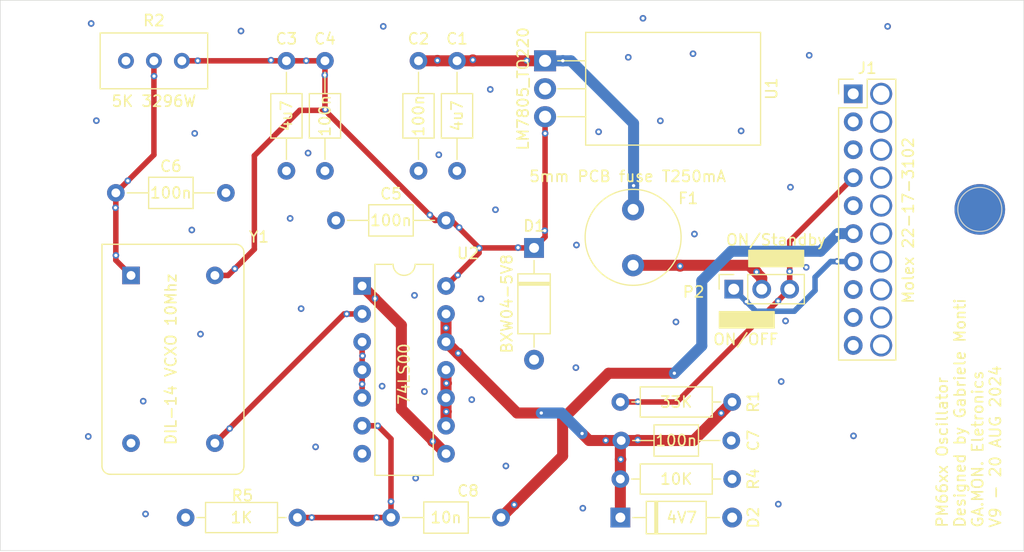
<source format=kicad_pcb>
(kicad_pcb (version 20240108) (generator "pcbnew") (generator_version "8.0")
  (layers (0 "F.Cu" signal) (31 "B.Cu" signal) (34 "B.Paste" user) (35 "F.Paste" user) (36 "B.SilkS" user "B.Silkscreen") (37 "F.SilkS" user "F.Silkscreen") (38 "B.Mask" user) (39 "F.Mask" user) (44 "Edge.Cuts" user))
  (net 0 "")
  (net 1 "GND")
  (net 2 "Net-(U1-VI)")
  (net 3 "Net-(D1-K)")
  (net 4 "Net-(D2-K)")
  (net 5 "Net-(C8-Pad1)")
  (net 6 "Net-(J1-Pin_6)")
  (net 7 "Net-(Y1-OUT)")
  (net 8 "Net-(Y1-Vcontrol)")
  (net 9 "Net-(U2-Pad1)")
  (net 10 "Net-(U2-Pad3)")
  (net 11 "Net-(U2-Pad10)")
  (net 23 "Net-(J1-Pin_4)")
  (net 26 "Net-(J1-Pin_7)")
  (net 28 "Net-(P2-C)")
  (footprint "Capacitor_THT:C_Axial_L3.8mm_D2.6mm_P10.00mm_Horizontal" (layer "F.Cu") (at 150.42 105)
    (property "Reference" "C7" (at 12 0 90) (layer "F.SilkS"))
    (property "Value" "100n" (at 5 0 0) (layer "F.SilkS"))
    (pad "1" thru_hole circle (at 0 0) (size 1.6 1.6) (drill 0.8) (layers "*.Cu" "*.Mask") (net 4 "Net-(D2-K)"))
    (pad "2" thru_hole oval (at 10 0) (size 1.6 1.6) (drill 0.8) (layers "*.Cu" "*.Mask") (net 1 "GND"))
  )
  (footprint "Capacitor_THT:C_Axial_L3.8mm_D2.6mm_P10.00mm_Horizontal" (layer "F.Cu") (at 132 70.5 -90)
    (property "Reference" "C2" (at -2 0 0) (layer "F.SilkS"))
    (property "Value" "100n" (at 5 0 -90) (layer "F.SilkS"))
    (pad "1" thru_hole circle (at 0 0 270) (size 1.6 1.6) (drill 0.8) (layers "*.Cu" "*.Mask") (net 2 "Net-(U1-VI)"))
    (pad "2" thru_hole oval (at 10 0 270) (size 1.6 1.6) (drill 0.8) (layers "*.Cu" "*.Mask") (net 1 "GND"))
  )
  (footprint "Capacitor_THT:C_Axial_L3.8mm_D2.6mm_P10.00mm_Horizontal" (layer "F.Cu") (at 129.5 112)
    (property "Reference" "C8" (at 7 -2.42 0) (layer "F.SilkS"))
    (property "Value" "10n" (at 5 0 0) (layer "F.SilkS"))
    (pad "1" thru_hole circle (at 0 0) (size 1.6 1.6) (drill 0.8) (layers "*.Cu" "*.Mask") (net 5 "Net-(C8-Pad1)"))
    (pad "2" thru_hole oval (at 10 0) (size 1.6 1.6) (drill 0.8) (layers "*.Cu" "*.Mask") (net 6 "Net-(J1-Pin_6)"))
  )
  (footprint "Capacitor_THT:C_Axial_L3.8mm_D2.6mm_P10.00mm_Horizontal" (layer "F.Cu") (at 135.5 70.5 -90)
    (property "Reference" "C1" (at -2 0 0) (layer "F.SilkS"))
    (property "Value" "4u7" (at 5 0 -90) (layer "F.SilkS"))
    (pad "1" thru_hole circle (at 0 0 270) (size 1.6 1.6) (drill 0.8) (layers "*.Cu" "*.Mask") (net 2 "Net-(U1-VI)"))
    (pad "2" thru_hole oval (at 10 0 270) (size 1.6 1.6) (drill 0.8) (layers "*.Cu" "*.Mask") (net 1 "GND"))
  )
  (footprint "Package_DIP:CERDIP-14_W7.62mm_SideBrazed" (layer "F.Cu") (at 126.88 90.96)
    (property "Reference" "U2" (at 9.62 -2.965 0) (layer "F.SilkS"))
    (property "Value" "74LS00" (at 3.81 8 90) (layer "F.SilkS"))
    (pad "1" thru_hole rect (at 0 0) (size 1.6 1.6) (drill 0.8) (layers "*.Cu" "*.Mask") (net 9 "Net-(U2-Pad1)"))
    (pad "2" thru_hole circle (at 0 2.54) (size 1.6 1.6) (drill 0.8) (layers "*.Cu" "*.Mask") (net 7 "Net-(Y1-OUT)"))
    (pad "3" thru_hole circle (at 0 5.08) (size 1.6 1.6) (drill 0.8) (layers "*.Cu" "*.Mask") (net 10 "Net-(U2-Pad3)"))
    (pad "4" thru_hole circle (at 0 7.62) (size 1.6 1.6) (drill 0.8) (layers "*.Cu" "*.Mask") (net 10 "Net-(U2-Pad3)"))
    (pad "5" thru_hole circle (at 0 10.16) (size 1.6 1.6) (drill 0.8) (layers "*.Cu" "*.Mask") (net 10 "Net-(U2-Pad3)"))
    (pad "6" thru_hole circle (at 0 12.7) (size 1.6 1.6) (drill 0.8) (layers "*.Cu" "*.Mask") (net 5 "Net-(C8-Pad1)"))
    (pad "7" thru_hole circle (at 0 15.24) (size 1.6 1.6) (drill 0.8) (layers "*.Cu" "*.Mask") (net 1 "GND"))
    (pad "8" thru_hole circle (at 7.62 15.24) (size 1.6 1.6) (drill 0.8) (layers "*.Cu" "*.Mask") (net 9 "Net-(U2-Pad1)"))
    (pad "9" thru_hole circle (at 7.62 12.7) (size 1.6 1.6) (drill 0.8) (layers "*.Cu" "*.Mask") (net 11 "Net-(U2-Pad10)"))
    (pad "10" thru_hole circle (at 7.62 10.16) (size 1.6 1.6) (drill 0.8) (layers "*.Cu" "*.Mask") (net 11 "Net-(U2-Pad10)"))
    (pad "11" thru_hole circle (at 7.62 7.62) (size 1.6 1.6) (drill 0.8) (layers "*.Cu" "*.Mask") (net 11 "Net-(U2-Pad10)"))
    (pad "12" thru_hole circle (at 7.62 5.08) (size 1.6 1.6) (drill 0.8) (layers "*.Cu" "*.Mask") (net 4 "Net-(D2-K)"))
    (pad "13" thru_hole circle (at 7.62 2.54) (size 1.6 1.6) (drill 0.8) (layers "*.Cu" "*.Mask") (net 4 "Net-(D2-K)"))
    (pad "14" thru_hole circle (at 7.62 0) (size 1.6 1.6) (drill 0.8) (layers "*.Cu" "*.Mask") (net 3 "Net-(D1-K)"))
  )
  (footprint "Diode_THT:D_A-405_P10.16mm_Horizontal" (layer "F.Cu") (at 142.5 87.5 -90)
    (property "Reference" "D1" (at -2 0 180) (layer "F.SilkS"))
    (property "Value" "BXW04-5V8" (at 5.08 2.47 -90) (layer "F.SilkS"))
    (pad "1" thru_hole rect (at 0 0 270) (size 1.8 1.8) (drill 0.9) (layers "*.Cu" "*.Mask") (net 3 "Net-(D1-K)"))
    (pad "2" thru_hole oval (at 10.16 0 270) (size 1.8 1.8) (drill 0.9) (layers "*.Cu" "*.Mask") (net 1 "GND"))
  )
  (footprint "Capacitor_THT:C_Axial_L3.8mm_D2.6mm_P10.00mm_Horizontal" (layer "F.Cu") (at 104.5 82.5)
    (property "Reference" "C6" (at 5 -2.42 0) (layer "F.SilkS"))
    (property "Value" "100n" (at 5 0 0) (layer "F.SilkS"))
    (pad "1" thru_hole circle (at 0 0) (size 1.6 1.6) (drill 0.8) (layers "*.Cu" "*.Mask") (net 8 "Net-(Y1-Vcontrol)"))
    (pad "2" thru_hole oval (at 10 0) (size 1.6 1.6) (drill 0.8) (layers "*.Cu" "*.Mask") (net 1 "GND"))
  )
  (footprint "Oscillator:Oscillator_DIP-14" (layer "F.Cu") (at 105.88 90 -90)
    (property "Reference" "Y1" (at -3.5 -11.62 180) (layer "F.SilkS"))
    (property "Value" "DIL-14 VCXO 10Mhz" (at 7.62 -3.62 90) (layer "F.SilkS"))
    (pad "1" thru_hole rect (at 0 0 270) (size 1.6 1.6) (drill 0.8) (layers "*.Cu" "*.Mask") (net 8 "Net-(Y1-Vcontrol)"))
    (pad "7" thru_hole circle (at 15.24 0 270) (size 1.6 1.6) (drill 0.8) (layers "*.Cu" "*.Mask") (net 1 "GND"))
    (pad "8" thru_hole circle (at 15.24 -7.62 270) (size 1.6 1.6) (drill 0.8) (layers "*.Cu" "*.Mask") (net 7 "Net-(Y1-OUT)"))
    (pad "14" thru_hole circle (at 0 -7.62 270) (size 1.6 1.6) (drill 0.8) (layers "*.Cu" "*.Mask") (net 3 "Net-(D1-K)"))
  )
  (footprint "Fuse:Fuse_Littelfuse_372_D8.50mm" (layer "F.Cu") (at 151.5 84 -90)
    (property "Reference" "F1" (at -1 -5 180) (layer "F.SilkS"))
    (property "Value" "5mm PCB fuse T250mA" (at -3 0.5 180) (layer "F.SilkS"))
    (pad "1" thru_hole circle (at 0 0 270) (size 2 2) (drill 1) (layers "*.Cu" "*.Mask") (net 2 "Net-(U1-VI)"))
    (pad "2" thru_hole circle (at 5.08 0 270) (size 2 2) (drill 1) (layers "*.Cu" "*.Mask") (net 28 "Net-(P2-C)"))
  )
  (footprint "Package_TO_SOT_THT:TO-220-3_Horizontal_TabDown" (layer "F.Cu") (at 143.5 70.5 -90)
    (property "Reference" "U1" (at 2.54 -20.58 90) (layer "F.SilkS"))
    (property "Value" "LM7805_TO220" (at 2.54 2 90) (layer "F.SilkS"))
    (pad "" np_thru_hole oval (at 2.54 -16.66 270) (size 3.5 3.5) (drill 3.5) (layers "*.Cu" "*.Mask"))
    (pad "1" thru_hole rect (at 0 0 270) (size 1.905 2) (drill 1.1) (layers "*.Cu" "*.Mask") (net 2 "Net-(U1-VI)"))
    (pad "2" thru_hole oval (at 2.54 0 270) (size 1.905 2) (drill 1.1) (layers "*.Cu" "*.Mask") (net 1 "GND"))
    (pad "3" thru_hole oval (at 5.08 0 270) (size 1.905 2) (drill 1.1) (layers "*.Cu" "*.Mask") (net 3 "Net-(D1-K)"))
  )
  (footprint "Capacitor_THT:C_Axial_L3.8mm_D2.6mm_P10.00mm_Horizontal" (layer "F.Cu") (at 120 70.5 -90)
    (property "Reference" "C3" (at -2 0 0) (layer "F.SilkS"))
    (property "Value" "4u7" (at 5 0 -90) (layer "F.SilkS"))
    (pad "1" thru_hole circle (at 0 0 270) (size 1.6 1.6) (drill 0.8) (layers "*.Cu" "*.Mask") (net 3 "Net-(D1-K)"))
    (pad "2" thru_hole oval (at 10 0 270) (size 1.6 1.6) (drill 0.8) (layers "*.Cu" "*.Mask") (net 1 "GND"))
  )
  (footprint "Capacitor_THT:C_Axial_L3.8mm_D2.6mm_P10.00mm_Horizontal" (layer "F.Cu") (at 123.5 70.5 -90)
    (property "Reference" "C4" (at -2 0 0) (layer "F.SilkS"))
    (property "Value" "100n" (at 5 0 -90) (layer "F.SilkS"))
    (pad "1" thru_hole circle (at 0 0 270) (size 1.6 1.6) (drill 0.8) (layers "*.Cu" "*.Mask") (net 3 "Net-(D1-K)"))
    (pad "2" thru_hole oval (at 10 0 270) (size 1.6 1.6) (drill 0.8) (layers "*.Cu" "*.Mask") (net 1 "GND"))
  )
  (footprint "Resistor_THT:R_Axial_DIN0207_L6.3mm_D2.5mm_P10.16mm_Horizontal" (layer "F.Cu") (at 150.34 101.5)
    (property "Reference" "R1" (at 12.08 0 90) (layer "F.SilkS"))
    (property "Value" "33K" (at 5.08 0 0) (layer "F.SilkS"))
    (pad "1" thru_hole circle (at 0 0) (size 1.6 1.6) (drill 0.8) (layers "*.Cu" "*.Mask") (net 23 "Net-(J1-Pin_4)"))
    (pad "2" thru_hole oval (at 10.16 0) (size 1.6 1.6) (drill 0.8) (layers "*.Cu" "*.Mask") (net 4 "Net-(D2-K)"))
  )
  (footprint "Resistor_THT:R_Axial_DIN0207_L6.3mm_D2.5mm_P10.16mm_Horizontal" (layer "F.Cu") (at 150.34 108.5)
    (property "Reference" "R4" (at 12.08 0 90) (layer "F.SilkS"))
    (property "Value" "10K" (at 5.08 0 0) (layer "F.SilkS"))
    (pad "1" thru_hole circle (at 0 0) (size 1.6 1.6) (drill 0.8) (layers "*.Cu" "*.Mask") (net 4 "Net-(D2-K)"))
    (pad "2" thru_hole oval (at 10.16 0) (size 1.6 1.6) (drill 0.8) (layers "*.Cu" "*.Mask") (net 1 "GND"))
  )
  (footprint "Diode_THT:D_A-405_P10.16mm_Horizontal" (layer "F.Cu") (at 150.34 112)
    (property "Reference" "D2" (at 12.08 0 90) (layer "F.SilkS"))
    (property "Value" "4V7" (at 5.58 0 0) (layer "F.SilkS"))
    (pad "1" thru_hole rect (at 0 0) (size 1.8 1.8) (drill 0.9) (layers "*.Cu" "*.Mask") (net 4 "Net-(D2-K)"))
    (pad "2" thru_hole oval (at 10.16 0) (size 1.8 1.8) (drill 0.9) (layers "*.Cu" "*.Mask") (net 1 "GND"))
  )
  (footprint "Connector_PinSocket_2.54mm:PinSocket_1x03_P2.54mm_Vertical" (layer "F.Cu") (at 160.645504 91.248248 90)
    (property "Reference" "P2" (at -0.251752 -3.645504 180) (layer "F.SilkS"))
    (property "Value" "Supply-Mode Jumper" (hide yes))
    (pad "1" thru_hole rect (at 0 0 90) (size 1.7 1.7) (drill 1) (layers "*.Cu" "*.Mask") (net 26 "Net-(J1-Pin_7)"))
    (pad "2" thru_hole oval (at 0 2.54 90) (size 1.7 1.7) (drill 1) (layers "*.Cu" "*.Mask") (net 28 "Net-(P2-C)"))
    (pad "3" thru_hole oval (at 0 5.08 90) (size 1.7 1.7) (drill 1) (layers "*.Cu" "*.Mask") (net 23 "Net-(J1-Pin_4)"))
  )
  (footprint "Connector_PinHeader_2.54mm:PinHeader_2x10_P2.54mm_Vertical" (layer "F.Cu") (at 171.5 73.5)
    (property "Reference" "J1" (at 1.27 -2.33 0) (layer "F.SilkS"))
    (property "Value" "Molex 22-17-3102" (at 5 11.5 90) (layer "F.SilkS"))
    (pad "1" thru_hole rect (at 0 0) (size 1.7 1.7) (drill 1) (layers "*.Cu" "*.Mask"))
    (pad "2" thru_hole oval (at 0 2.54) (size 1.7 1.7) (drill 1) (layers "*.Cu" "*.Mask"))
    (pad "3" thru_hole oval (at 0 5.08) (size 1.7 1.7) (drill 1) (layers "*.Cu" "*.Mask"))
    (pad "4" thru_hole oval (at 0 7.62) (size 1.7 1.7) (drill 1) (layers "*.Cu" "*.Mask") (net 23 "Net-(J1-Pin_4)"))
    (pad "5" thru_hole oval (at 0 10.16) (size 1.7 1.7) (drill 1) (layers "*.Cu" "*.Mask"))
    (pad "6" thru_hole oval (at 0 12.7) (size 1.7 1.7) (drill 1) (layers "*.Cu" "*.Mask") (net 6 "Net-(J1-Pin_6)"))
    (pad "7" thru_hole oval (at 0 15.24) (size 1.7 1.7) (drill 1) (layers "*.Cu" "*.Mask") (net 26 "Net-(J1-Pin_7)"))
    (pad "8" thru_hole oval (at 0 17.78) (size 1.7 1.7) (drill 1) (layers "*.Cu" "*.Mask") (net 1 "GND"))
    (pad "9" thru_hole oval (at 0 20.32) (size 1.7 1.7) (drill 1) (layers "*.Cu" "*.Mask") (net 1 "GND"))
    (pad "10" thru_hole oval (at 0 22.86) (size 1.7 1.7) (drill 1) (layers "*.Cu" "*.Mask") (net 1 "GND"))
    (pad "11" thru_hole oval (at 2.54 0) (size 2 2) (drill 1.5) (layers "*.Cu" "*.Mask"))
    (pad "12" thru_hole oval (at 2.54 2.54) (size 2 2) (drill 1.5) (layers "*.Cu" "*.Mask"))
    (pad "13" thru_hole oval (at 2.54 5.08) (size 2 2) (drill 1.5) (layers "*.Cu" "*.Mask"))
    (pad "14" thru_hole oval (at 2.54 7.62) (size 2 2) (drill 1.5) (layers "*.Cu" "*.Mask"))
    (pad "15" thru_hole oval (at 2.54 10.16) (size 2 2) (drill 1.5) (layers "*.Cu" "*.Mask"))
    (pad "16" thru_hole oval (at 2.54 12.7) (size 2 2) (drill 1.5) (layers "*.Cu" "*.Mask"))
    (pad "17" thru_hole oval (at 2.54 15.24) (size 2 2) (drill 1.5) (layers "*.Cu" "*.Mask"))
    (pad "18" thru_hole oval (at 2.54 17.78) (size 2 2) (drill 1.5) (layers "*.Cu" "*.Mask"))
    (pad "19" thru_hole oval (at 2.54 20.32) (size 2 2) (drill 1.5) (layers "*.Cu" "*.Mask"))
    (pad "20" thru_hole oval (at 2.54 22.86) (size 2 2) (drill 1.5) (layers "*.Cu" "*.Mask"))
  )
  (footprint "Potentiometer_THT:Potentiometer_Bourns_3296W_Vertical" (layer "F.Cu") (at 110.5 70.5)
    (property "Reference" "R2" (at -2.54 -3.66 0) (layer "F.SilkS"))
    (property "Value" "5K 3296W" (at -2.54 3.67 0) (layer "F.SilkS"))
    (pad "1" thru_hole circle (at 0 0) (size 1.44 1.44) (drill 0.8) (layers "*.Cu" "*.Mask") (net 3 "Net-(D1-K)"))
    (pad "2" thru_hole circle (at -2.54 0) (size 1.44 1.44) (drill 0.8) (layers "*.Cu" "*.Mask") (net 8 "Net-(Y1-Vcontrol)"))
    (pad "3" thru_hole circle (at -5.08 0) (size 1.44 1.44) (drill 0.8) (layers "*.Cu" "*.Mask") (net 1 "GND"))
  )
  (footprint "Resistor_THT:R_Axial_DIN0207_L6.3mm_D2.5mm_P10.16mm_Horizontal" (layer "F.Cu") (at 121 112 180)
    (property "Reference" "R5" (at 5 2 0) (layer "F.SilkS"))
    (property "Value" "1K" (at 5.08 0 0) (layer "F.SilkS"))
    (pad "1" thru_hole circle (at 0 0 180) (size 1.6 1.6) (drill 0.8) (layers "*.Cu" "*.Mask") (net 5 "Net-(C8-Pad1)"))
    (pad "2" thru_hole oval (at 10.16 0 180) (size 1.6 1.6) (drill 0.8) (layers "*.Cu" "*.Mask") (net 1 "GND"))
  )
  (footprint "Capacitor_THT:C_Axial_L3.8mm_D2.6mm_P10.00mm_Horizontal" (layer "F.Cu") (at 124.5 85)
    (property "Reference" "C5" (at 5 -2.42 0) (layer "F.SilkS"))
    (property "Value" "100n" (at 5 0 0) (layer "F.SilkS"))
    (pad "1" thru_hole circle (at 0 0) (size 1.6 1.6) (drill 0.8) (layers "*.Cu" "*.Mask") (net 1 "GND"))
    (pad "2" thru_hole oval (at 10 0) (size 1.6 1.6) (drill 0.8) (layers "*.Cu" "*.Mask") (net 3 "Net-(D1-K)"))
  )
  (gr_circle (center 183 84) (end 185.25 84) (stroke (width 0.1)) (fill solid) (layer "F.Cu") (net 1))
  (gr_circle (center 183 84) (end 185.25 84) (stroke (width 0.1)) (fill solid) (layer "B.Cu") (net 1))
  (gr_rect (start 159.327211 93.282089) (end 164.327211 94.782089) (stroke (width 0.1)) (fill solid) (layer "F.SilkS"))
  (gr_rect (start 162 87.711434) (end 167 89.211434) (stroke (width 0.1)) (fill solid) (layer "F.SilkS"))
  (gr_rect (start 94 65) (end 187 115) (stroke (width 0.05)) (fill none) (layer "Edge.Cuts"))
  (gr_circle (center 183 84) (end 185 84) (stroke (width 0.1)) (fill none) (layer "Edge.Cuts"))
  (gr_text "ON/OFF" (at 164.792759 96.396989 0) (layer "F.SilkS") (effects (font (size 1 1)) (justify right bottom)))
  (gr_text "PM66xx Oscillator\nDesigned by Gabriele Monti\nGA.MON. Eletronics\nV9 - 20 AUG 2024" (at 185 113 90) (layer "F.SilkS") (effects (font (size 1 1)) (justify left bottom)))
  (gr_text "ON/Standby" (at 169.102134 87.357813 0) (layer "F.SilkS") (effects (font (size 1 1)) (justify right bottom)))
  (via (at 137.68022 92.124959) (size 0.6) (drill 0.3) (layers "F.Cu" "B.Cu") (net 1))
  (via (at 146.298969 98.378808) (size 0.6) (drill 0.3) (layers "F.Cu" "B.Cu") (net 1))
  (via (at 133.843826 79.039175) (size 0.6) (drill 0.3) (layers "F.Cu" "B.Cu") (net 1))
  (via (at 164.955408 99.640088) (size 0.6) (drill 0.3) (layers "F.Cu" "B.Cu") (net 1))
  (via (at 152.395158 66.636585) (size 0.6) (drill 0.3) (layers "F.Cu" "B.Cu") (net 1))
  (via (at 106.989065 101.426902) (size 0.6) (drill 0.3) (layers "F.Cu" "B.Cu") (net 1))
  (via (at 102.732243 75.938528) (size 0.6) (drill 0.3) (layers "F.Cu" "B.Cu") (net 1))
  (via (at 121.966769 78.881515) (size 0.6) (drill 0.3) (layers "F.Cu" "B.Cu") (net 1))
  (via (at 102.259263 67.109565) (size 0.6) (drill 0.3) (layers "F.Cu" "B.Cu") (net 1))
  (via (at 156.94236 69.856231) (size 0.6) (drill 0.3) (layers "F.Cu" "B.Cu") (net 1))
  (via (at 131.636585 91.809639) (size 0.6) (drill 0.3) (layers "F.Cu" "B.Cu") (net 1))
  (via (at 174.625224 67.372332) (size 0.6) (drill 0.3) (layers "F.Cu" "B.Cu") (net 1))
  (via (at 146.92961 111.149272) (size 0.6) (drill 0.3) (layers "F.Cu" "B.Cu") (net 1))
  (via (at 161.31267 76.87031) (size 0.6) (drill 0.3) (layers "F.Cu" "B.Cu") (net 1))
  (via (at 121.336129 93.018366) (size 0.6) (drill 0.3) (layers "F.Cu" "B.Cu") (net 1))
  (via (at 120.337615 84.820044) (size 0.6) (drill 0.3) (layers "F.Cu" "B.Cu") (net 1))
  (via (at 111.403546 85.871111) (size 0.6) (drill 0.3) (layers "F.Cu" "B.Cu") (net 1))
  (via (at 157.072406 86.238984) (size 0.6) (drill 0.3) (layers "F.Cu" "B.Cu") (net 1))
  (via (at 115.870581 67.792759) (size 0.6) (drill 0.3) (layers "F.Cu" "B.Cu") (net 1))
  (via (at 146.351523 87.237498) (size 0.6) (drill 0.3) (layers "F.Cu" "B.Cu") (net 1))
  (via (at 122.649963 105.578617) (size 0.6) (drill 0.3) (layers "F.Cu" "B.Cu") (net 1))
  (via (at 101.996496 104.632656) (size 0.6) (drill 0.3) (layers "F.Cu" "B.Cu") (net 1))
  (via (at 153.974865 75.953084) (size 0.6) (drill 0.3) (layers "F.Cu" "B.Cu") (net 1))
  (via (at 167.5 70) (size 0.6) (drill 0.3) (layers "F.Cu" "B.Cu") (net 1))
  (via (at 128.693598 100.060515) (size 0.6) (drill 0.3) (layers "F.Cu" "B.Cu") (net 1))
  (via (at 155.390699 94.227093) (size 0.6) (drill 0.3) (layers "F.Cu" "B.Cu") (net 1))
  (via (at 112.191846 95.330714) (size 0.6) (drill 0.3) (layers "F.Cu" "B.Cu") (net 1))
  (via (at 165.796262 81.982163) (size 0.6) (drill 0.3) (layers "F.Cu" "B.Cu") (net 1))
  (via (at 164.692642 110.781398) (size 0.6) (drill 0.3) (layers "F.Cu" "B.Cu") (net 1))
  (via (at 131.741692 108.416497) (size 0.6) (drill 0.3) (layers "F.Cu" "B.Cu") (net 1))
  (via (at 167.228297 89.262955) (size 0.6) (drill 0.3) (layers "F.Cu" "B.Cu") (net 1))
  (via (at 138.521074 73.100647) (size 0.6) (drill 0.3) (layers "F.Cu" "B.Cu") (net 1))
  (via (at 165.350355 94.135789) (size 0.6) (drill 0.3) (layers "F.Cu" "B.Cu") (net 1))
  (via (at 111.666313 77.094702) (size 0.6) (drill 0.3) (layers "F.Cu" "B.Cu") (net 1))
  (via (at 107.199278 111.674805) (size 0.6) (drill 0.3) (layers "F.Cu" "B.Cu") (net 1))
  (via (at 128.798704 67.372332) (size 0.6) (drill 0.3) (layers "F.Cu" "B.Cu") (net 1))
  (via (at 171.524577 104.580103) (size 0.6) (drill 0.3) (layers "F.Cu" "B.Cu") (net 1))
  (via (at 132.539724 100.553579) (size 0.6) (drill 0.3) (layers "F.Cu" "B.Cu") (net 1))
  (via (at 151.061325 70.179958) (size 0.6) (drill 0.3) (layers "F.Cu" "B.Cu") (net 1))
  (via (at 148.363602 76.951242) (size 0.6) (drill 0.3) (layers "F.Cu" "B.Cu") (net 1))
  (via (at 138.994054 84.031744) (size 0.6) (drill 0.3) (layers "F.Cu" "B.Cu") (net 1))
  (via (at 136.83742 101.285433) (size 0.6) (drill 0.3) (layers "F.Cu" "B.Cu") (net 1))
  (via (at 139.940014 107.312877) (size 0.6) (drill 0.3) (layers "F.Cu" "B.Cu") (net 1))
  (segment (start 141.842817 70.46714) (end 141.875677 70.5) (width 1) (layer "F.Cu") (net 2))
  (segment (start 133.747426 70.5) (end 135.5 70.5) (width 1) (layer "F.Cu") (net 2))
  (segment (start 141.875677 70.5) (end 143.5 70.5) (width 1) (layer "F.Cu") (net 2))
  (segment (start 137.017412 70.5) (end 141.809957 70.5) (width 1) (layer "F.Cu") (net 2))
  (segment (start 133.681706 70.5) (end 133.714566 70.46714) (width 1) (layer "F.Cu") (net 2))
  (segment (start 136.858264 70.5) (end 136.937838 70.420426) (width 1) (layer "F.Cu") (net 2))
  (segment (start 136.937838 70.420426) (end 137.017412 70.5) (width 1) (layer "F.Cu") (net 2))
  (segment (start 135.5 70.5) (end 136.858264 70.5) (width 1) (layer "F.Cu") (net 2))
  (segment (start 132 70.5) (end 133.681706 70.5) (width 1) (layer "F.Cu") (net 2))
  (segment (start 141.809957 70.5) (end 141.842817 70.46714) (width 1) (layer "F.Cu") (net 2))
  (segment (start 133.714566 70.46714) (end 133.747426 70.5) (width 1) (layer "F.Cu") (net 2))
  (via (at 141.842817 70.46714) (size 0.6) (drill 0.3) (layers "F.Cu" "B.Cu") (net 2))
  (via (at 151.541564 81.84441) (size 0.6) (drill 0.3) (layers "F.Cu" "B.Cu") (net 2))
  (via (at 136.937838 70.420426) (size 0.6) (drill 0.3) (layers "F.Cu" "B.Cu") (net 2))
  (via (at 145.112803 70.490497) (size 0.6) (drill 0.3) (layers "F.Cu" "B.Cu") (net 2))
  (via (at 133.714566 70.46714) (size 0.6) (drill 0.3) (layers "F.Cu" "B.Cu") (net 2))
  (segment (start 151.541564 81.84441) (end 151.540768 81.843614) (width 1) (layer "B.Cu") (net 2))
  (segment (start 145.122306 70.5) (end 145.112803 70.490497) (width 1) (layer "B.Cu") (net 2))
  (segment (start 151.5 84) (end 151.540768 83.959232) (width 1) (layer "B.Cu") (net 2))
  (segment (start 145.1033 70.5) (end 143.5 70.5) (width 1) (layer "B.Cu") (net 2))
  (segment (start 145.849559 70.5) (end 145.122306 70.5) (width 1) (layer "B.Cu") (net 2))
  (segment (start 151.540768 83.959232) (end 151.540768 81.845206) (width 1) (layer "B.Cu") (net 2))
  (segment (start 151.540768 76.191209) (end 145.849559 70.5) (width 1) (layer "B.Cu") (net 2))
  (segment (start 151.540768 81.845206) (end 151.541564 81.84441) (width 1) (layer "B.Cu") (net 2))
  (segment (start 151.540768 81.843614) (end 151.540768 76.191209) (width 1) (layer "B.Cu") (net 2))
  (segment (start 145.112803 70.490497) (end 145.1033 70.5) (width 1) (layer "B.Cu") (net 2))
  (segment (start 143.5 77.100293) (end 143.5 85.904129) (width 0.5) (layer "F.Cu") (net 3))
  (segment (start 117.086349 79.118964) (end 117.086349 87.613193) (width 0.5) (layer "F.Cu") (net 3))
  (segment (start 137.5 87.5) (end 141.016561 87.5) (width 0.5) (layer "F.Cu") (net 3))
  (segment (start 123.5 71.819089) (end 123.5 74.902219) (width 0.5) (layer "F.Cu") (net 3))
  (segment (start 133.00552 84.50552) (end 133.03323 84.50552) (width 0.5) (layer "F.Cu") (net 3))
  (segment (start 118.598577 70.44458) (end 118.543157 70.5) (width 0.5) (layer "F.Cu") (net 3))
  (segment (start 123.5 70.5) (end 121.807198 70.5) (width 0.5) (layer "F.Cu") (net 3))
  (segment (start 118.543157 70.5) (end 111.950525 70.5) (width 0.5) (layer "F.Cu") (net 3))
  (segment (start 120 70.5) (end 118.653997 70.5) (width 0.5) (layer "F.Cu") (net 3))
  (segment (start 123.5 70.5) (end 123.5 71.779487) (width 0.5) (layer "F.Cu") (net 3))
  (segment (start 118.653997 70.5) (end 118.598577 70.44458) (width 0.5) (layer "F.Cu") (net 3))
  (segment (start 143.505149 77.095144) (end 143.5 77.100293) (width 0.5) (layer "F.Cu") (net 3))
  (segment (start 143.5 75.58) (end 143.5 77.089995) (width 0.5) (layer "F.Cu") (net 3))
  (segment (start 121.798492 70.491294) (end 121.789786 70.5) (width 0.5) (layer "F.Cu") (net 3))
  (segment (start 137.5 87.536361) (end 137.517782 87.518579) (width 0.5) (layer "F.Cu") (net 3))
  (segment (start 123.5 75) (end 121.205313 75) (width 0.5) (layer "F.Cu") (net 3))
  (segment (start 137.517782 87.518579) (end 137.5 87.500797) (width 0.5) (layer "F.Cu") (net 3))
  (segment (start 115.311427 89.392716) (end 115.306826 89.392716) (width 0.5) (layer "F.Cu") (net 3))
  (segment (start 133.03323 84.53323) (end 133.5 85) (width 0.5) (layer "F.Cu") (net 3))
  (segment (start 143.5 86.5) (end 142.5 87.5) (width 0.5) (layer "F.Cu") (net 3))
  (segment (start 117.086349 87.613193) (end 115.311427 89.388115) (width 0.5) (layer "F.Cu") (net 3))
  (segment (start 121.205313 75) (end 117.086349 79.118964) (width 0.5) (layer "F.Cu") (net 3))
  (segment (start 133.5 85) (end 134.5 85) (width 0.5) (layer "F.Cu") (net 3))
  (segment (start 141.072831 87.5) (end 142.5 87.5) (width 0.5) (layer "F.Cu") (net 3))
  (segment (start 135.555791 89.904209) (end 137.5 87.96) (width 0.5) (layer "F.Cu") (net 3))
  (segment (start 123.5 74.956045) (end 123.5 75) (width 0.5) (layer "F.Cu") (net 3))
  (segment (start 114.699542 90) (end 113.5 90) (width 0.5) (layer "F.Cu") (net 3))
  (segment (start 123.526913 74.929132) (end 123.5 74.956045) (width 0.5) (layer "F.Cu") (net 3))
  (segment (start 135 85) (end 135.650015 85.650015) (width 0.5) (layer "F.Cu") (net 3))
  (segment (start 123.5 71.779487) (end 123.480199 71.799288) (width 0.5) (layer "F.Cu") (net 3))
  (segment (start 115.306826 89.392716) (end 114.699542 90) (width 0.5) (layer "F.Cu") (net 3))
  (segment (start 121.807198 70.5) (end 121.798492 70.491294) (width 0.5) (layer "F.Cu") (net 3))
  (segment (start 111.941819 70.491294) (end 111.933113 70.5) (width 0.5) (layer "F.Cu") (net 3))
  (segment (start 137.5 87.96) (end 137.5 87.536361) (width 0.5) (layer "F.Cu") (net 3))
  (segment (start 134.5 90.96) (end 135.488932 89.971068) (width 0.5) (layer "F.Cu") (net 3))
  (segment (start 135.650015 85.650015) (end 135.695933 85.650015) (width 0.5) (layer "F.Cu") (net 3))
  (segment (start 123.480199 71.799288) (end 123.5 71.819089) (width 0.5) (layer "F.Cu") (net 3))
  (segment (start 143.5 85.956471) (end 143.5 86.5) (width 0.5) (layer "F.Cu") (net 3))
  (segment (start 137.5 87.500797) (end 137.5 87.5) (width 0.5) (layer "F.Cu") (net 3))
  (segment (start 143.5 77.089995) (end 143.505149 77.095144) (width 0.5) (layer "F.Cu") (net 3))
  (segment (start 135.555791 89.971068) (end 135.555791 89.904209) (width 0.5) (layer "F.Cu") (net 3))
  (segment (start 111.933113 70.5) (end 110.5 70.5) (width 0.5) (layer "F.Cu") (net 3))
  (segment (start 123.5 75) (end 133.00552 84.50552) (width 0.5) (layer "F.Cu") (net 3))
  (segment (start 135.695933 85.650015) (end 135.695933 85.695933) (width 0.5) (layer "F.Cu") (net 3))
  (segment (start 115.311427 89.388115) (end 115.311427 89.392716) (width 0.5) (layer "F.Cu") (net 3))
  (segment (start 135.488932 89.971068) (end 135.555791 89.971068) (width 0.5) (layer "F.Cu") (net 3))
  (segment (start 134.5 85) (end 135 85) (width 0.5) (layer "F.Cu") (net 3))
  (segment (start 135.695933 85.695933) (end 137.5 87.5) (width 0.5) (layer "F.Cu") (net 3))
  (segment (start 143.473829 85.9303) (end 143.5 85.956471) (width 0.5) (layer "F.Cu") (net 3))
  (segment (start 141.044696 87.471865) (end 141.072831 87.5) (width 0.5) (layer "F.Cu") (net 3))
  (segment (start 143.5 85.904129) (end 143.473829 85.9303) (width 0.5) (layer "F.Cu") (net 3))
  (segment (start 121.789786 70.5) (end 120 70.5) (width 0.5) (layer "F.Cu") (net 3))
  (segment (start 111.950525 70.5) (end 111.941819 70.491294) (width 0.5) (layer "F.Cu") (net 3))
  (segment (start 133.03323 84.50552) (end 133.03323 84.53323) (width 0.5) (layer "F.Cu") (net 3))
  (segment (start 123.5 74.902219) (end 123.526913 74.929132) (width 0.5) (layer "F.Cu") (net 3))
  (segment (start 141.016561 87.5) (end 141.044696 87.471865) (width 0.5) (layer "F.Cu") (net 3))
  (via (at 123.526913 74.929132) (size 0.6) (drill 0.3) (layers "F.Cu" "B.Cu") (net 3))
  (via (at 123.480199 71.799288) (size 0.6) (drill 0.3) (layers "F.Cu" "B.Cu") (net 3))
  (via (at 135.695933 85.650015) (size 0.6) (drill 0.3) (layers "F.Cu" "B.Cu") (net 3))
  (via (at 121.798492 70.491294) (size 0.6) (drill 0.3) (layers "F.Cu" "B.Cu") (net 3))
  (via (at 137.517782 87.518579) (size 0.6) (drill 0.3) (layers "F.Cu" "B.Cu") (net 3))
  (via (at 118.598577 70.44458) (size 0.6) (drill 0.3) (layers "F.Cu" "B.Cu") (net 3))
  (via (at 115.311427 89.392716) (size 0.6) (drill 0.3) (layers "F.Cu" "B.Cu") (net 3))
  (via (at 141.044696 87.471865) (size 0.6) (drill 0.3) (layers "F.Cu" "B.Cu") (net 3))
  (via (at 143.505149 77.095144) (size 0.6) (drill 0.3) (layers "F.Cu" "B.Cu") (net 3))
  (via (at 111.941819 70.491294) (size 0.6) (drill 0.3) (layers "F.Cu" "B.Cu") (net 3))
  (via (at 133.03323 84.50552) (size 0.6) (drill 0.3) (layers "F.Cu" "B.Cu") (net 3))
  (via (at 143.473829 85.9303) (size 0.6) (drill 0.3) (layers "F.Cu" "B.Cu") (net 3))
  (via (at 135.555791 89.971068) (size 0.6) (drill 0.3) (layers "F.Cu" "B.Cu") (net 3))
  (segment (start 135.60569 97.067098) (end 135.527098 97.067098) (width 1) (layer "F.Cu") (net 4))
  (segment (start 150.34 106.746561) (end 150.373712 106.712849) (width 1) (layer "F.Cu") (net 4))
  (segment (start 149.003432 105) (end 147.5 105) (width 1) (layer "F.Cu") (net 4))
  (segment (start 150.34 108.5) (end 150.34 106.746561) (width 1) (layer "F.Cu") (net 4))
  (segment (start 143.156386 102.5) (end 140.96 102.5) (width 1) (layer "F.Cu") (net 4))
  (segment (start 134.501716 94.77162) (end 134.5 94.769904) (width 1) (layer "F.Cu") (net 4))
  (segment (start 150.42 105) (end 151.868563 105) (width 1) (layer "F.Cu") (net 4))
  (segment (start 151.920468 104.948095) (end 151.972373 105) (width 1) (layer "F.Cu") (net 4))
  (segment (start 159.48962 102.51038) (end 159.501716 102.51038) (width 1) (layer "F.Cu") (net 4))
  (segment (start 149.013813 104.989619) (end 149.003432 105) (width 1) (layer "F.Cu") (net 4))
  (segment (start 134.5 94.769904) (end 134.5 93.5) (width 1) (layer "F.Cu") (net 4))
  (segment (start 150.34 105.08) (end 150.42 105) (width 1) (layer "F.Cu") (net 4))
  (segment (start 150.42 105) (end 149.024194 105) (width 1) (layer "F.Cu") (net 4))
  (segment (start 150.373712 106.712849) (end 150.34 106.679137) (width 1) (layer "F.Cu") (net 4))
  (segment (start 147.5 105) (end 146.863122 104.363122) (width 1) (layer "F.Cu") (net 4))
  (segment (start 135.60569 97.14569) (end 135.60569 97.067098) (width 1) (layer "F.Cu") (net 4))
  (segment (start 150.34 108.5) (end 150.34 112) (width 1) (layer "F.Cu") (net 4))
  (segment (start 135.527098 97.067098) (end 134.5 96.04) (width 1) (layer "F.Cu") (net 4))
  (segment (start 151.868563 105) (end 151.920468 104.948095) (width 1) (layer "F.Cu") (net 4))
  (segment (start 134.5 96.04) (end 134.5 94.773336) (width 1) (layer "F.Cu") (net 4))
  (segment (start 157 105) (end 159.48962 102.51038) (width 1) (layer "F.Cu") (net 4))
  (segment (start 159.501716 102.51038) (end 159.501716 102.498284) (width 1) (layer "F.Cu") (net 4))
  (segment (start 150.34 106.679137) (end 150.34 105.08) (width 1) (layer "F.Cu") (net 4))
  (segment (start 140.96 102.5) (end 135.60569 97.14569) (width 1) (layer "F.Cu") (net 4))
  (segment (start 134.5 94.773336) (end 134.501716 94.77162) (width 1) (layer "F.Cu") (net 4))
  (segment (start 159.501716 102.498284) (end 160.5 101.5) (width 1) (layer "F.Cu") (net 4))
  (segment (start 151.972373 105) (end 157 105) (width 1) (layer "F.Cu") (net 4))
  (segment (start 149.024194 105) (end 149.013813 104.989619) (width 1) (layer "F.Cu") (net 4))
  (via (at 149.013813 104.989619) (size 0.6) (drill 0.3) (layers "F.Cu" "B.Cu") (net 4))
  (via (at 146.863122 104.363122) (size 0.6) (drill 0.3) (layers "F.Cu" "B.Cu") (net 4))
  (via (at 150.373712 106.712849) (size 0.6) (drill 0.3) (layers "F.Cu" "B.Cu") (net 4))
  (via (at 159.501716 102.51038) (size 0.6) (drill 0.3) (layers "F.Cu" "B.Cu") (net 4))
  (via (at 143.156386 102.5) (size 0.6) (drill 0.3) (layers "F.Cu" "B.Cu") (net 4))
  (via (at 135.60569 97.067098) (size 0.6) (drill 0.3) (layers "F.Cu" "B.Cu") (net 4))
  (via (at 134.501716 94.77162) (size 0.6) (drill 0.3) (layers "F.Cu" "B.Cu") (net 4))
  (via (at 151.920468 104.948095) (size 0.6) (drill 0.3) (layers "F.Cu" "B.Cu") (net 4))
  (segment (start 146.863122 104.363122) (end 145 102.5) (width 1) (layer "B.Cu") (net 4))
  (segment (start 145 102.5) (end 143.156386 102.5) (width 1) (layer "B.Cu") (net 4))
  (segment (start 128.19206 112.001716) (end 128.190344 112) (width 0.5) (layer "F.Cu") (net 5))
  (segment (start 129.5 104.851152) (end 128.308848 103.66) (width 0.5) (layer "F.Cu") (net 5))
  (segment (start 128.295001 103.66) (end 128.294139 103.660862) (width 0.5) (layer "F.Cu") (net 5))
  (segment (start 128.293277 103.66) (end 126.88 103.66) (width 0.5) (layer "F.Cu") (net 5))
  (segment (start 129.5 112) (end 128.193776 112) (width 0.5) (layer "F.Cu") (net 5))
  (segment (start 122.300909 112) (end 121 112) (width 0.5) (layer "F.Cu") (net 5))
  (segment (start 122.304341 112) (end 122.302625 112.001716) (width 0.5) (layer "F.Cu") (net 5))
  (segment (start 128.294139 103.660862) (end 128.293277 103.66) (width 0.5) (layer "F.Cu") (net 5))
  (segment (start 128.308848 103.66) (end 128.295001 103.66) (width 0.5) (layer "F.Cu") (net 5))
  (segment (start 129.5 110.541523) (end 129.500055 110.541468) (width 0.5) (layer "F.Cu") (net 5))
  (segment (start 129.500055 110.541468) (end 129.5 110.541413) (width 0.5) (layer "F.Cu") (net 5))
  (segment (start 128.193776 112) (end 128.19206 112.001716) (width 0.5) (layer "F.Cu") (net 5))
  (segment (start 129.5 112) (end 129.5 110.541523) (width 0.5) (layer "F.Cu") (net 5))
  (segment (start 129.5 110.541413) (end 129.5 104.851152) (width 0.5) (layer "F.Cu") (net 5))
  (segment (start 128.190344 112) (end 122.304341 112) (width 0.5) (layer "F.Cu") (net 5))
  (segment (start 122.302625 112.001716) (end 122.300909 112) (width 0.5) (layer "F.Cu") (net 5))
  (via (at 129.500055 110.541468) (size 0.6) (drill 0.3) (layers "F.Cu" "B.Cu") (net 5))
  (via (at 122.302625 112.001716) (size 0.6) (drill 0.3) (layers "F.Cu" "B.Cu") (net 5))
  (via (at 128.294139 103.660862) (size 0.6) (drill 0.3) (layers "F.Cu" "B.Cu") (net 5))
  (via (at 128.19206 112.001716) (size 0.6) (drill 0.3) (layers "F.Cu" "B.Cu") (net 5))
  (segment (start 140.671327 110.828673) (end 140.693721 110.828673) (width 1) (layer "F.Cu") (net 6))
  (segment (start 145.09502 103.060569) (end 149.266642 98.888947) (width 1) (layer "F.Cu") (net 6))
  (segment (start 140.693721 110.828673) (end 140.693721 110.806279) (width 1) (layer "F.Cu") (net 6))
  (segment (start 139.5 112) (end 140.671327 110.828673) (width 1) (layer "F.Cu") (net 6))
  (segment (start 149.266642 98.888947) (end 155.247637 98.888947) (width 1) (layer "F.Cu") (net 6))
  (segment (start 140.693721 110.806279) (end 145.09502 106.40498) (width 1) (layer "F.Cu") (net 6))
  (segment (start 145.09502 106.40498) (end 145.09502 103.060569) (width 1) (layer "F.Cu") (net 6))
  (via (at 140.693721 110.828673) (size 0.6) (drill 0.3) (layers "F.Cu" "B.Cu") (net 6))
  (via (at 155.247637 98.888947) (size 0.6) (drill 0.3) (layers "F.Cu" "B.Cu") (net 6))
  (via (at 170.020761 86.275052) (size 0.6) (drill 0.3) (layers "F.Cu" "B.Cu") (net 6))
  (segment (start 168.512138 87.804437) (end 170.020761 86.295814) (width 1) (layer "B.Cu") (net 6))
  (segment (start 157.737551 96.399033) (end 157.737551 90.487313) (width 1) (layer "B.Cu") (net 6))
  (segment (start 170.020761 86.295814) (end 170.020761 86.275052) (width 1) (layer "B.Cu") (net 6))
  (segment (start 170.020761 86.275052) (end 170.041523 86.275052) (width 1) (layer "B.Cu") (net 6))
  (segment (start 155.247637 98.888947) (end 157.737551 96.399033) (width 1) (layer "B.Cu") (net 6))
  (segment (start 170.041523 86.275052) (end 170.116575 86.2) (width 1) (layer "B.Cu") (net 6))
  (segment (start 157.737551 90.487313) (end 160.420427 87.804437) (width 1) (layer "B.Cu") (net 6))
  (segment (start 170.116575 86.2) (end 171.5 86.2) (width 1) (layer "B.Cu") (net 6))
  (segment (start 160.420427 87.804437) (end 168.512138 87.804437) (width 1) (layer "B.Cu") (net 6))
  (segment (start 114.829996 103.910004) (end 114.844286 103.910004) (width 0.5) (layer "F.Cu") (net 7))
  (segment (start 114.844286 103.910004) (end 114.844286 103.895714) (width 0.5) (layer "F.Cu") (net 7))
  (segment (start 114.844286 103.895714) (end 125.24 93.5) (width 0.5) (layer "F.Cu") (net 7))
  (segment (start 113.5 105.24) (end 114.829996 103.910004) (width 0.5) (layer "F.Cu") (net 7))
  (segment (start 125.480954 93.5) (end 126.88 93.5) (width 0.5) (layer "F.Cu") (net 7))
  (segment (start 125.24 93.5) (end 125.474088 93.5) (width 0.5) (layer "F.Cu") (net 7))
  (segment (start 125.474088 93.5) (end 125.477521 93.496567) (width 0.5) (layer "F.Cu") (net 7))
  (segment (start 125.477521 93.496567) (end 125.480954 93.5) (width 0.5) (layer "F.Cu") (net 7))
  (via (at 125.477521 93.496567) (size 0.6) (drill 0.3) (layers "F.Cu" "B.Cu") (net 7))
  (via (at 114.844286 103.910004) (size 0.6) (drill 0.3) (layers "F.Cu" "B.Cu") (net 7))
  (segment (start 104.5 82.5) (end 104.5 83.819088) (width 0.5) (layer "F.Cu") (net 8))
  (segment (start 107.96 70.5) (end 107.96 71.881594) (width 0.5) (layer "F.Cu") (net 8))
  (segment (start 107.96 71.903838) (end 107.96 79.04) (width 0.5) (layer "F.Cu") (net 8))
  (segment (start 104.5 88.183051) (end 104.5 88.62) (width 0.5) (layer "F.Cu") (net 8))
  (segment (start 105.588703 81.411297) (end 104.5 82.5) (width 0.5) (layer "F.Cu") (net 8))
  (segment (start 104.5 83.819088) (end 104.467565 83.851523) (width 0.5) (layer "F.Cu") (net 8))
  (segment (start 107.96 71.881594) (end 107.971122 71.892716) (width 0.5) (layer "F.Cu") (net 8))
  (segment (start 104.504901 88.17815) (end 104.5 88.183051) (width 0.5) (layer "F.Cu") (net 8))
  (segment (start 105.600967 81.399033) (end 105.588703 81.399033) (width 0.5) (layer "F.Cu") (net 8))
  (segment (start 104.5 88.173249) (end 104.504901 88.17815) (width 0.5) (layer "F.Cu") (net 8))
  (segment (start 105.588703 81.399033) (end 105.588703 81.411297) (width 0.5) (layer "F.Cu") (net 8))
  (segment (start 107.96 79.04) (end 105.600967 81.399033) (width 0.5) (layer "F.Cu") (net 8))
  (segment (start 104.5 83.883958) (end 104.5 88.173249) (width 0.5) (layer "F.Cu") (net 8))
  (segment (start 107.971122 71.892716) (end 107.96 71.903838) (width 0.5) (layer "F.Cu") (net 8))
  (segment (start 104.5 88.62) (end 105.88 90) (width 0.5) (layer "F.Cu") (net 8))
  (segment (start 104.467565 83.851523) (end 104.5 83.883958) (width 0.5) (layer "F.Cu") (net 8))
  (via (at 107.971122 71.892716) (size 0.6) (drill 0.3) (layers "F.Cu" "B.Cu") (net 8))
  (via (at 104.504901 88.17815) (size 0.6) (drill 0.3) (layers "F.Cu" "B.Cu") (net 8))
  (via (at 104.467565 83.851523) (size 0.6) (drill 0.3) (layers "F.Cu" "B.Cu") (net 8))
  (via (at 105.588703 81.399033) (size 0.6) (drill 0.3) (layers "F.Cu" "B.Cu") (net 8))
  (segment (start 130.443783 102.143783) (end 133.294139 104.994139) (width 1) (layer "F.Cu") (net 9))
  (segment (start 128.044997 92.124997) (end 130.443783 94.523783) (width 1) (layer "F.Cu") (net 9))
  (segment (start 128.022133 92.102133) (end 128.044997 92.102133) (width 1) (layer "F.Cu") (net 9))
  (segment (start 133.294139 105.077856) (end 133.377856 105.077856) (width 1) (layer "F.Cu") (net 9))
  (segment (start 130.443783 94.523783) (end 130.443783 102.143783) (width 1) (layer "F.Cu") (net 9))
  (segment (start 126.88 90.96) (end 128.022133 92.102133) (width 1) (layer "F.Cu") (net 9))
  (segment (start 133.377856 105.077856) (end 134.5 106.2) (width 1) (layer "F.Cu") (net 9))
  (segment (start 133.294139 104.994139) (end 133.294139 105.077856) (width 1) (layer "F.Cu") (net 9))
  (segment (start 128.044997 92.102133) (end 128.044997 92.124997) (width 1) (layer "F.Cu") (net 9))
  (via (at 128.044997 92.102133) (size 0.6) (drill 0.3) (layers "F.Cu" "B.Cu") (net 9))
  (via (at 133.294139 105.077856) (size 0.6) (drill 0.3) (layers "F.Cu" "B.Cu") (net 9))
  (segment (start 126.877145 99.877021) (end 126.88 99.879876) (width 0.5) (layer "F.Cu") (net 10))
  (segment (start 126.88 96.04) (end 126.88 97.271496) (width 0.5) (layer "F.Cu") (net 10))
  (segment (start 126.88 97.271496) (end 126.913684 97.30518) (width 0.5) (layer "F.Cu") (net 10))
  (segment (start 126.88 98.58) (end 126.88 99.874166) (width 0.5) (layer "F.Cu") (net 10))
  (segment (start 126.88 99.874166) (end 126.877145 99.877021) (width 0.5) (layer "F.Cu") (net 10))
  (segment (start 126.913684 97.30518) (end 126.88 97.338864) (width 0.5) (layer "F.Cu") (net 10))
  (segment (start 126.88 97.338864) (end 126.88 98.58) (width 0.5) (layer "F.Cu") (net 10))
  (segment (start 126.88 99.879876) (end 126.88 101.12) (width 0.5) (layer "F.Cu") (net 10))
  (via (at 126.913684 97.30518) (size 0.6) (drill 0.3) (layers "F.Cu" "B.Cu") (net 10))
  (via (at 126.877145 99.877021) (size 0.6) (drill 0.3) (layers "F.Cu" "B.Cu") (net 10))
  (segment (start 134.532859 99.795979) (end 134.5 99.828838) (width 1) (layer "F.Cu") (net 11))
  (segment (start 134.5 102.397907) (end 134.5 103.66) (width 1) (layer "F.Cu") (net 11))
  (segment (start 134.5 102.352951) (end 134.522478 102.375429) (width 1) (layer "F.Cu") (net 11))
  (segment (start 134.5 99.76312) (end 134.532859 99.795979) (width 1) (layer "F.Cu") (net 11))
  (segment (start 134.5 99.828838) (end 134.5 101.12) (width 1) (layer "F.Cu") (net 11))
  (segment (start 134.5 101.12) (end 134.5 102.352951) (width 1) (layer "F.Cu") (net 11))
  (segment (start 134.5 98.58) (end 134.5 99.76312) (width 1) (layer "F.Cu") (net 11))
  (segment (start 134.522478 102.375429) (end 134.5 102.397907) (width 1) (layer "F.Cu") (net 11))
  (via (at 134.522478 102.375429) (size 0.6) (drill 0.3) (layers "F.Cu" "B.Cu") (net 11))
  (via (at 134.532859 99.795979) (size 0.6) (drill 0.3) (layers "F.Cu" "B.Cu") (net 11))
  (segment (start 151.93943 101.471493) (end 151.910923 101.5) (width 0.5) (layer "F.Cu") (net 23))
  (segment (start 165.725504 91.248248) (end 164.674593 92.299159) (width 0.5) (layer "F.Cu") (net 23))
  (segment (start 165.725504 86.894496) (end 171.5 81.12) (width 0.5) (layer "F.Cu") (net 23))
  (segment (start 164.674593 92.327122) (end 164.64663 92.327122) (width 0.5) (layer "F.Cu") (net 23))
  (segment (start 155.473752 101.5) (end 151.967937 101.5) (width 0.5) (layer "F.Cu") (net 23))
  (segment (start 165.723065 89.638467) (end 165.725504 89.636028) (width 0.5) (layer "F.Cu") (net 23))
  (segment (start 164.674593 92.299159) (end 164.674593 92.327122) (width 0.5) (layer "F.Cu") (net 23))
  (segment (start 165.725504 89.636028) (end 165.725504 86.894496) (width 0.5) (layer "F.Cu") (net 23))
  (segment (start 151.967937 101.5) (end 151.93943 101.471493) (width 0.5) (layer "F.Cu") (net 23))
  (segment (start 164.64663 92.327122) (end 155.473752 101.5) (width 0.5) (layer "F.Cu") (net 23))
  (segment (start 151.910923 101.5) (end 150.34 101.5) (width 0.5) (layer "F.Cu") (net 23))
  (segment (start 165.725504 91.248248) (end 165.725504 89.640906) (width 0.5) (layer "F.Cu") (net 23))
  (segment (start 165.725504 89.640906) (end 165.723065 89.638467) (width 0.5) (layer "F.Cu") (net 23))
  (via (at 151.93943 101.471493) (size 0.6) (drill 0.3) (layers "F.Cu" "B.Cu") (net 23))
  (via (at 164.674593 92.327122) (size 0.6) (drill 0.3) (layers "F.Cu" "B.Cu") (net 23))
  (via (at 165.723065 89.638467) (size 0.6) (drill 0.3) (layers "F.Cu" "B.Cu") (net 23))
  (via (at 161.788701 92.379026) (size 0.6) (drill 0.3) (layers "F.Cu" "B.Cu") (net 26))
  (via (at 170.041523 88.724947) (size 0.6) (drill 0.3) (layers "F.Cu" "B.Cu") (net 26))
  (segment (start 161.788701 92.379026) (end 161.776282 92.379026) (width 0.5) (layer "B.Cu") (net 26))
  (segment (start 161.776282 92.379026) (end 160.645504 91.248248) (width 0.5) (layer "B.Cu") (net 26))
  (segment (start 168.030192 90.163529) (end 168.030192 91.367714) (width 0.5) (layer "B.Cu") (net 26))
  (segment (start 169.453721 88.74) (end 168.030192 90.163529) (width 0.5) (layer "B.Cu") (net 26))
  (segment (start 168.030192 91.367714) (end 166.143492 93.254414) (width 0.5) (layer "B.Cu") (net 26))
  (segment (start 170.056576 88.74) (end 170.041523 88.724947) (width 0.5) (layer "B.Cu") (net 26))
  (segment (start 171.5 88.74) (end 170.056576 88.74) (width 0.5) (layer "B.Cu") (net 26))
  (segment (start 161.788701 92.391445) (end 161.788701 92.379026) (width 0.5) (layer "B.Cu") (net 26))
  (segment (start 166.143492 93.254414) (end 162.65167 93.254414) (width 0.5) (layer "B.Cu") (net 26))
  (segment (start 162.65167 93.254414) (end 161.788701 92.391445) (width 0.5) (layer "B.Cu") (net 26))
  (segment (start 170.02647 88.74) (end 169.453721 88.74) (width 0.5) (layer "B.Cu") (net 26))
  (segment (start 170.041523 88.724947) (end 170.02647 88.74) (width 0.5) (layer "B.Cu") (net 26))
  (segment (start 163.185504 90.226945) (end 162.712602 89.754043) (width 1) (layer "F.Cu") (net 28))
  (segment (start 162.64893 89.690371) (end 162.038559 89.08) (width 1) (layer "F.Cu") (net 28))
  (segment (start 163.185504 91.248248) (end 163.185504 90.226945) (width 1) (layer "F.Cu") (net 28))
  (segment (start 155.694025 89.08) (end 151.5 89.08) (width 1) (layer "F.Cu") (net 28))
  (segment (start 162.712602 89.754043) (end 162.712602 89.690371) (width 1) (layer "F.Cu") (net 28))
  (segment (start 162.712602 89.690371) (end 162.64893 89.690371) (width 1) (layer "F.Cu") (net 28))
  (segment (start 162.038559 89.08) (end 155.844353 89.08) (width 1) (layer "F.Cu") (net 28))
  (segment (start 155.769189 89.155164) (end 155.694025 89.08) (width 1) (layer "F.Cu") (net 28))
  (segment (start 155.844353 89.08) (end 155.769189 89.155164) (width 1) (layer "F.Cu") (net 28))
  (via (at 162.712602 89.690371) (size 0.6) (drill 0.3) (layers "F.Cu" "B.Cu") (net 28))
  (via (at 155.769189 89.155164) (size 0.6) (drill 0.3) (layers "F.Cu" "B.Cu") (net 28))
)
</source>
